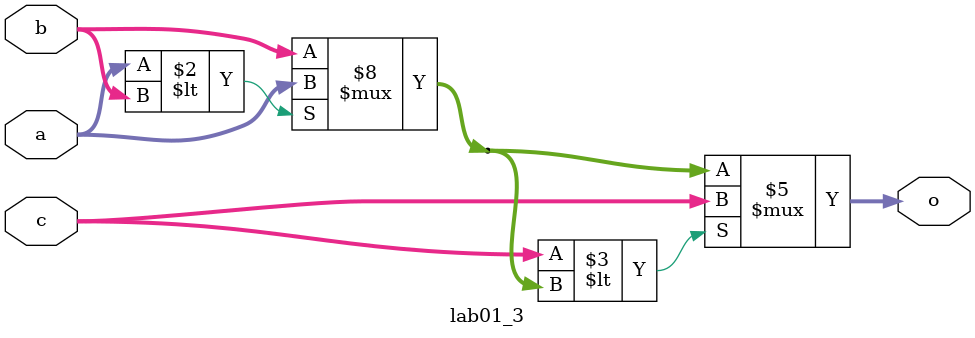
<source format=v>
`timescale 1ns / 1ps


module lab01_3(a, b, c, o);
    input signed [2:0]a;
    input signed  [2:0]b;
    input signed [2:0]c;
    output signed[2:0]o;
    reg signed [2:0]o;
    
    always @* begin
        if (a < b) begin
            o = a;
        end else
            o = b;
            
        if (c < o) begin
            o = c;
        end else
            o = o;

    end
endmodule

</source>
